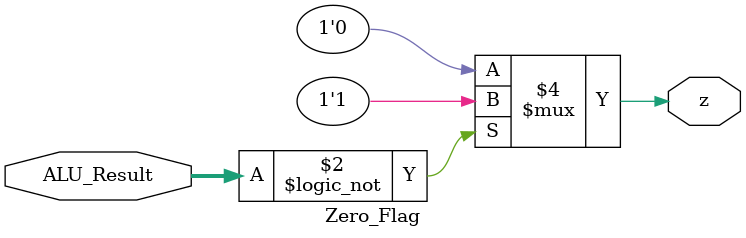
<source format=sv>
module Zero_Flag #(parameter ARQ = 16)(input logic [ARQ - 1:0] ALU_Result, output logic z);
	
	always_comb 
		begin
			if (ALU_Result == 16'b0)
				z <= 1;
			else
				z <= 0;
		end
	
endmodule

</source>
